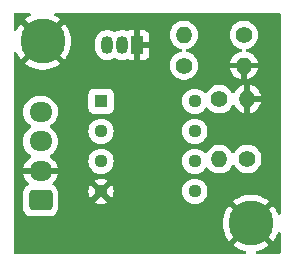
<source format=gbr>
%TF.GenerationSoftware,KiCad,Pcbnew,(7.0.0)*%
%TF.CreationDate,2023-12-21T13:59:44+01:00*%
%TF.ProjectId,LDR,4c44522e-6b69-4636-9164-5f7063625858,rev?*%
%TF.SameCoordinates,Original*%
%TF.FileFunction,Copper,L2,Bot*%
%TF.FilePolarity,Positive*%
%FSLAX46Y46*%
G04 Gerber Fmt 4.6, Leading zero omitted, Abs format (unit mm)*
G04 Created by KiCad (PCBNEW (7.0.0)) date 2023-12-21 13:59:44*
%MOMM*%
%LPD*%
G01*
G04 APERTURE LIST*
G04 Aperture macros list*
%AMRoundRect*
0 Rectangle with rounded corners*
0 $1 Rounding radius*
0 $2 $3 $4 $5 $6 $7 $8 $9 X,Y pos of 4 corners*
0 Add a 4 corners polygon primitive as box body*
4,1,4,$2,$3,$4,$5,$6,$7,$8,$9,$2,$3,0*
0 Add four circle primitives for the rounded corners*
1,1,$1+$1,$2,$3*
1,1,$1+$1,$4,$5*
1,1,$1+$1,$6,$7*
1,1,$1+$1,$8,$9*
0 Add four rect primitives between the rounded corners*
20,1,$1+$1,$2,$3,$4,$5,0*
20,1,$1+$1,$4,$5,$6,$7,0*
20,1,$1+$1,$6,$7,$8,$9,0*
20,1,$1+$1,$8,$9,$2,$3,0*%
G04 Aperture macros list end*
%TA.AperFunction,ComponentPad*%
%ADD10C,3.800000*%
%TD*%
%TA.AperFunction,ComponentPad*%
%ADD11C,1.400000*%
%TD*%
%TA.AperFunction,ComponentPad*%
%ADD12O,1.400000X1.400000*%
%TD*%
%TA.AperFunction,ComponentPad*%
%ADD13R,1.050000X1.500000*%
%TD*%
%TA.AperFunction,ComponentPad*%
%ADD14O,1.050000X1.500000*%
%TD*%
%TA.AperFunction,ComponentPad*%
%ADD15RoundRect,0.250000X0.725000X-0.600000X0.725000X0.600000X-0.725000X0.600000X-0.725000X-0.600000X0*%
%TD*%
%TA.AperFunction,ComponentPad*%
%ADD16O,1.950000X1.700000*%
%TD*%
%TA.AperFunction,ComponentPad*%
%ADD17R,1.130000X1.130000*%
%TD*%
%TA.AperFunction,ComponentPad*%
%ADD18C,1.130000*%
%TD*%
G04 APERTURE END LIST*
D10*
%TO.P,H1,1,1*%
%TO.N,GND*%
X203250000Y-54900000D03*
%TD*%
D11*
%TO.P,R1,1*%
%TO.N,Net-(U1-IN-)*%
X220573600Y-64846200D03*
D12*
%TO.P,R1,2*%
%TO.N,GND*%
X220573599Y-59766199D03*
%TD*%
D11*
%TO.P,R2,1*%
%TO.N,+3V3*%
X220294200Y-54356000D03*
D12*
%TO.P,R2,2*%
%TO.N,Net-(U1-IN+)*%
X215214199Y-54355999D03*
%TD*%
D11*
%TO.P,R3,1*%
%TO.N,+3V3*%
X218211400Y-59791600D03*
D12*
%TO.P,R3,2*%
%TO.N,Net-(U1-IN-)*%
X218211399Y-64871599D03*
%TD*%
D11*
%TO.P,R4,1*%
%TO.N,Net-(U1-IN+)*%
X215214200Y-56946800D03*
D12*
%TO.P,R4,2*%
%TO.N,GND*%
X220294199Y-56946799D03*
%TD*%
D13*
%TO.P,Q1,1,E*%
%TO.N,GND*%
X211251799Y-55215199D03*
D14*
%TO.P,Q1,2,B*%
%TO.N,Net-(Q1-B)*%
X209981799Y-55215199D03*
%TO.P,Q1,3,C*%
%TO.N,3V3_en*%
X208711799Y-55215199D03*
%TD*%
D10*
%TO.P,H2,1,1*%
%TO.N,GND*%
X220900000Y-70300000D03*
%TD*%
D15*
%TO.P,J2,1,Pin_1*%
%TO.N,+3V3*%
X203073000Y-68373000D03*
D16*
%TO.P,J2,2,Pin_2*%
%TO.N,GND*%
X203072999Y-65872999D03*
%TO.P,J2,3,Pin_3*%
%TO.N,3V3_en*%
X203072999Y-63372999D03*
%TO.P,J2,4,Pin_4*%
%TO.N,unconnected-(J2-Pin_4-Pad4)*%
X203072999Y-60872999D03*
%TD*%
D17*
%TO.P,U1,1,EMIT_OUT*%
%TO.N,Net-(Q1-B)*%
X208196199Y-59969399D03*
D18*
%TO.P,U1,2,IN+*%
%TO.N,Net-(U1-IN+)*%
X208196200Y-62509400D03*
%TO.P,U1,3,IN-*%
%TO.N,Net-(U1-IN-)*%
X208196200Y-65049400D03*
%TO.P,U1,4,VCC-*%
%TO.N,GND*%
X208196200Y-67589400D03*
%TO.P,U1,5,BALANCE*%
%TO.N,unconnected-(U1-BALANCE-Pad5)*%
X216136200Y-67589400D03*
%TO.P,U1,6,BAL/STRB*%
%TO.N,unconnected-(U1-BAL{slash}STRB-Pad6)*%
X216136200Y-65049400D03*
%TO.P,U1,7,COL_OUT*%
%TO.N,+3V3*%
X216136200Y-62509400D03*
%TO.P,U1,8,VCC+*%
X216136200Y-59969400D03*
%TD*%
%TA.AperFunction,Conductor*%
%TO.N,GND*%
G36*
X202212377Y-52517373D02*
G01*
X202257831Y-52563402D01*
X202273918Y-52626058D01*
X202256261Y-52688290D01*
X202209666Y-52733162D01*
X201964892Y-52867727D01*
X201958309Y-52871905D01*
X201747441Y-53025109D01*
X201740167Y-53033295D01*
X201746073Y-53042520D01*
X203238457Y-54534904D01*
X203250000Y-54541568D01*
X203261542Y-54534904D01*
X204753927Y-53042518D01*
X204759831Y-53033294D01*
X204752560Y-53025111D01*
X204541679Y-52871897D01*
X204535115Y-52867732D01*
X204290334Y-52733162D01*
X204243739Y-52688290D01*
X204226082Y-52626058D01*
X204242169Y-52563402D01*
X204287623Y-52517373D01*
X204350072Y-52500500D01*
X223275500Y-52500500D01*
X223337500Y-52517113D01*
X223382887Y-52562500D01*
X223399500Y-52624500D01*
X223399500Y-69443203D01*
X223380197Y-69509645D01*
X223328297Y-69555402D01*
X223259959Y-69566225D01*
X223196460Y-69538747D01*
X223157569Y-69481521D01*
X223137078Y-69418458D01*
X223134218Y-69411234D01*
X223008949Y-69145023D01*
X223005207Y-69138217D01*
X222847569Y-68889818D01*
X222842993Y-68883520D01*
X222775725Y-68802208D01*
X222764423Y-68794440D01*
X222752441Y-68801110D01*
X221265095Y-70288457D01*
X221258431Y-70299999D01*
X221265095Y-70311542D01*
X222752441Y-71798888D01*
X222764424Y-71805558D01*
X222775723Y-71797793D01*
X222842997Y-71716474D01*
X222847568Y-71710182D01*
X223005207Y-71461782D01*
X223008949Y-71454976D01*
X223134218Y-71188765D01*
X223137078Y-71181541D01*
X223157569Y-71118479D01*
X223196460Y-71061253D01*
X223259959Y-71033775D01*
X223328297Y-71044598D01*
X223380197Y-71090355D01*
X223399500Y-71156797D01*
X223399500Y-72775500D01*
X223382887Y-72837500D01*
X223337500Y-72882887D01*
X223275500Y-72899500D01*
X221407747Y-72899500D01*
X221350298Y-72885389D01*
X221305924Y-72846268D01*
X221284725Y-72791041D01*
X221291524Y-72732277D01*
X221324775Y-72683350D01*
X221376909Y-72655396D01*
X221639334Y-72588016D01*
X221646729Y-72585613D01*
X221920266Y-72477313D01*
X221927305Y-72474000D01*
X222185108Y-72332272D01*
X222191678Y-72328102D01*
X222402560Y-72174887D01*
X222409831Y-72166704D01*
X222403927Y-72157480D01*
X220911542Y-70665095D01*
X220900000Y-70658431D01*
X220888457Y-70665095D01*
X219396071Y-72157480D01*
X219390167Y-72166704D01*
X219397438Y-72174887D01*
X219608320Y-72328102D01*
X219614891Y-72332272D01*
X219872694Y-72474000D01*
X219879733Y-72477313D01*
X220153270Y-72585613D01*
X220160665Y-72588016D01*
X220423091Y-72655396D01*
X220475225Y-72683350D01*
X220508476Y-72732277D01*
X220515275Y-72791041D01*
X220494076Y-72846268D01*
X220449702Y-72885389D01*
X220392253Y-72899500D01*
X200924500Y-72899500D01*
X200862500Y-72882887D01*
X200817113Y-72837500D01*
X200800500Y-72775500D01*
X200800500Y-70303894D01*
X218495500Y-70303894D01*
X218513972Y-70597500D01*
X218514946Y-70605220D01*
X218570073Y-70894206D01*
X218572009Y-70901745D01*
X218662921Y-71181541D01*
X218665781Y-71188765D01*
X218791050Y-71454976D01*
X218794792Y-71461782D01*
X218952430Y-71710181D01*
X218957006Y-71716479D01*
X219024273Y-71797790D01*
X219035575Y-71805558D01*
X219047557Y-71798888D01*
X220534904Y-70311542D01*
X220541568Y-70299999D01*
X220534904Y-70288457D01*
X219047558Y-68801111D01*
X219035574Y-68794441D01*
X219024273Y-68802208D01*
X218957001Y-68883526D01*
X218952434Y-68889812D01*
X218794792Y-69138217D01*
X218791050Y-69145023D01*
X218665781Y-69411234D01*
X218662921Y-69418458D01*
X218572009Y-69698254D01*
X218570073Y-69705793D01*
X218514946Y-69994779D01*
X218513972Y-70002499D01*
X218495500Y-70296106D01*
X218495500Y-70303894D01*
X200800500Y-70303894D01*
X200800500Y-69019878D01*
X201597500Y-69019878D01*
X201597501Y-69023008D01*
X201597820Y-69026140D01*
X201597821Y-69026141D01*
X201607312Y-69119061D01*
X201607313Y-69119069D01*
X201608001Y-69125797D01*
X201610129Y-69132219D01*
X201610130Y-69132223D01*
X201614372Y-69145023D01*
X201663186Y-69292334D01*
X201666977Y-69298480D01*
X201751497Y-69435511D01*
X201751500Y-69435515D01*
X201755288Y-69441656D01*
X201879344Y-69565712D01*
X201885485Y-69569500D01*
X201885488Y-69569502D01*
X201942558Y-69604702D01*
X202028666Y-69657814D01*
X202195203Y-69712999D01*
X202297991Y-69723500D01*
X203848008Y-69723499D01*
X203950797Y-69712999D01*
X204117334Y-69657814D01*
X204266656Y-69565712D01*
X204390712Y-69441656D01*
X204482814Y-69292334D01*
X204537999Y-69125797D01*
X204548500Y-69023009D01*
X204548500Y-68498863D01*
X207643983Y-68498863D01*
X207652452Y-68506352D01*
X207781300Y-68575221D01*
X207792497Y-68579859D01*
X207981593Y-68637221D01*
X207993488Y-68639587D01*
X208190139Y-68658956D01*
X208202261Y-68658956D01*
X208398911Y-68639587D01*
X208410806Y-68637221D01*
X208599902Y-68579859D01*
X208611102Y-68575220D01*
X208739943Y-68506354D01*
X208748415Y-68498862D01*
X208742484Y-68489238D01*
X208207742Y-67954495D01*
X208196200Y-67947831D01*
X208184657Y-67954495D01*
X207649913Y-68489239D01*
X207643983Y-68498863D01*
X204548500Y-68498863D01*
X204548499Y-67722992D01*
X204537999Y-67620203D01*
X204529800Y-67595461D01*
X207126644Y-67595461D01*
X207146012Y-67792111D01*
X207148378Y-67804006D01*
X207205740Y-67993102D01*
X207210378Y-68004300D01*
X207279245Y-68133143D01*
X207286736Y-68141615D01*
X207296360Y-68135684D01*
X207831103Y-67600942D01*
X207837767Y-67589400D01*
X208554631Y-67589400D01*
X208561295Y-67600942D01*
X209096038Y-68135684D01*
X209105662Y-68141615D01*
X209113154Y-68133143D01*
X209182020Y-68004302D01*
X209186659Y-67993102D01*
X209244021Y-67804006D01*
X209246387Y-67792111D01*
X209265756Y-67595461D01*
X209265756Y-67589400D01*
X215065545Y-67589400D01*
X215066142Y-67595461D01*
X215066142Y-67595462D01*
X215085519Y-67792211D01*
X215085520Y-67792219D01*
X215086117Y-67798274D01*
X215087882Y-67804095D01*
X215087884Y-67804101D01*
X215145277Y-67993299D01*
X215145279Y-67993304D01*
X215147044Y-67999122D01*
X215149912Y-68004489D01*
X215149914Y-68004492D01*
X215243108Y-68178847D01*
X215243112Y-68178853D01*
X215245983Y-68184224D01*
X215379133Y-68346467D01*
X215541376Y-68479617D01*
X215546748Y-68482488D01*
X215546752Y-68482491D01*
X215591397Y-68506354D01*
X215726478Y-68578556D01*
X215927326Y-68639483D01*
X215933388Y-68640080D01*
X216125041Y-68658956D01*
X216136200Y-68660055D01*
X216147359Y-68658956D01*
X216189971Y-68654759D01*
X216345074Y-68639483D01*
X216545922Y-68578556D01*
X216731024Y-68479617D01*
X216787467Y-68433295D01*
X219390167Y-68433295D01*
X219396073Y-68442520D01*
X220888457Y-69934904D01*
X220900000Y-69941568D01*
X220911542Y-69934904D01*
X222403927Y-68442518D01*
X222409831Y-68433294D01*
X222402560Y-68425111D01*
X222191679Y-68271897D01*
X222185108Y-68267727D01*
X221927305Y-68125999D01*
X221920266Y-68122686D01*
X221646729Y-68014386D01*
X221639334Y-68011983D01*
X221354374Y-67938817D01*
X221346743Y-67937362D01*
X221054859Y-67900488D01*
X221047101Y-67900000D01*
X220752899Y-67900000D01*
X220745140Y-67900488D01*
X220453256Y-67937362D01*
X220445625Y-67938817D01*
X220160665Y-68011983D01*
X220153270Y-68014386D01*
X219879733Y-68122686D01*
X219872694Y-68125999D01*
X219614899Y-68267723D01*
X219608309Y-68271905D01*
X219397441Y-68425109D01*
X219390167Y-68433295D01*
X216787467Y-68433295D01*
X216893267Y-68346467D01*
X217026417Y-68184224D01*
X217125356Y-67999122D01*
X217186283Y-67798274D01*
X217206855Y-67589400D01*
X217186283Y-67380526D01*
X217125356Y-67179678D01*
X217046956Y-67033001D01*
X217029291Y-66999952D01*
X217029288Y-66999948D01*
X217026417Y-66994576D01*
X216893267Y-66832333D01*
X216731024Y-66699183D01*
X216725653Y-66696312D01*
X216725647Y-66696308D01*
X216551292Y-66603114D01*
X216551289Y-66603112D01*
X216545922Y-66600244D01*
X216540104Y-66598479D01*
X216540099Y-66598477D01*
X216350901Y-66541084D01*
X216350895Y-66541082D01*
X216345074Y-66539317D01*
X216339019Y-66538720D01*
X216339011Y-66538719D01*
X216142262Y-66519342D01*
X216136200Y-66518745D01*
X216130138Y-66519342D01*
X215933388Y-66538719D01*
X215933378Y-66538720D01*
X215927326Y-66539317D01*
X215921506Y-66541082D01*
X215921498Y-66541084D01*
X215732300Y-66598477D01*
X215732291Y-66598480D01*
X215726478Y-66600244D01*
X215721114Y-66603111D01*
X215721107Y-66603114D01*
X215546752Y-66696308D01*
X215546741Y-66696315D01*
X215541376Y-66699183D01*
X215536668Y-66703046D01*
X215536663Y-66703050D01*
X215383839Y-66828470D01*
X215383834Y-66828474D01*
X215379133Y-66832333D01*
X215375274Y-66837034D01*
X215375270Y-66837039D01*
X215249850Y-66989863D01*
X215249846Y-66989868D01*
X215245983Y-66994576D01*
X215243115Y-66999941D01*
X215243108Y-66999952D01*
X215149914Y-67174307D01*
X215149911Y-67174314D01*
X215147044Y-67179678D01*
X215145280Y-67185491D01*
X215145277Y-67185500D01*
X215087884Y-67374698D01*
X215087882Y-67374706D01*
X215086117Y-67380526D01*
X215085520Y-67386578D01*
X215085519Y-67386588D01*
X215078913Y-67453666D01*
X215065545Y-67589400D01*
X209265756Y-67589400D01*
X209265756Y-67583339D01*
X209246387Y-67386688D01*
X209244021Y-67374793D01*
X209186659Y-67185697D01*
X209182021Y-67174500D01*
X209113152Y-67045652D01*
X209105663Y-67037183D01*
X209096039Y-67043113D01*
X208561295Y-67577857D01*
X208554631Y-67589400D01*
X207837767Y-67589400D01*
X207831103Y-67577857D01*
X207296359Y-67043113D01*
X207286736Y-67037183D01*
X207279245Y-67045654D01*
X207210378Y-67174498D01*
X207205740Y-67185697D01*
X207148378Y-67374793D01*
X207146012Y-67386688D01*
X207126644Y-67583339D01*
X207126644Y-67595461D01*
X204529800Y-67595461D01*
X204482814Y-67453666D01*
X204390712Y-67304344D01*
X204266656Y-67180288D01*
X204260515Y-67176500D01*
X204260511Y-67176497D01*
X204117334Y-67088186D01*
X204117811Y-67087411D01*
X204077557Y-67055104D01*
X204053816Y-67001150D01*
X204057671Y-66942329D01*
X204088251Y-66891935D01*
X204232284Y-66747902D01*
X204239215Y-66739643D01*
X204281022Y-66679936D01*
X207643983Y-66679936D01*
X207649913Y-66689559D01*
X208184657Y-67224303D01*
X208196200Y-67230967D01*
X208207742Y-67224303D01*
X208742484Y-66689560D01*
X208748415Y-66679936D01*
X208739943Y-66672445D01*
X208611100Y-66603578D01*
X208599902Y-66598940D01*
X208410806Y-66541578D01*
X208398911Y-66539212D01*
X208202261Y-66519844D01*
X208190139Y-66519844D01*
X207993488Y-66539212D01*
X207981593Y-66541578D01*
X207792497Y-66598940D01*
X207781298Y-66603578D01*
X207652454Y-66672445D01*
X207643983Y-66679936D01*
X204281022Y-66679936D01*
X204368498Y-66555008D01*
X204373886Y-66545676D01*
X204469143Y-66341397D01*
X204472831Y-66331263D01*
X204524943Y-66136780D01*
X204525311Y-66125551D01*
X204514369Y-66123000D01*
X201631631Y-66123000D01*
X201620688Y-66125551D01*
X201621056Y-66136780D01*
X201673168Y-66331263D01*
X201676856Y-66341397D01*
X201772110Y-66545667D01*
X201777508Y-66555017D01*
X201906784Y-66739642D01*
X201913719Y-66747907D01*
X202057748Y-66891936D01*
X202088327Y-66942328D01*
X202092184Y-67001146D01*
X202068446Y-67055100D01*
X202028188Y-67087412D01*
X202028666Y-67088186D01*
X201885488Y-67176497D01*
X201885480Y-67176503D01*
X201879344Y-67180288D01*
X201874242Y-67185389D01*
X201874238Y-67185393D01*
X201760393Y-67299238D01*
X201760389Y-67299242D01*
X201755288Y-67304344D01*
X201751503Y-67310480D01*
X201751497Y-67310488D01*
X201666977Y-67447519D01*
X201663186Y-67453666D01*
X201660915Y-67460517D01*
X201660914Y-67460521D01*
X201616199Y-67595462D01*
X201608001Y-67620203D01*
X201607313Y-67626933D01*
X201607312Y-67626940D01*
X201597819Y-67719859D01*
X201597818Y-67719877D01*
X201597500Y-67722991D01*
X201597500Y-67726138D01*
X201597500Y-67726139D01*
X201597500Y-69019859D01*
X201597500Y-69019878D01*
X200800500Y-69019878D01*
X200800500Y-63373000D01*
X201592341Y-63373000D01*
X201592813Y-63378395D01*
X201608708Y-63560080D01*
X201612937Y-63608408D01*
X201614336Y-63613630D01*
X201614337Y-63613634D01*
X201672694Y-63831430D01*
X201672697Y-63831438D01*
X201674097Y-63836663D01*
X201676385Y-63841570D01*
X201676386Y-63841572D01*
X201709850Y-63913336D01*
X201773965Y-64050829D01*
X201777072Y-64055266D01*
X201777073Y-64055268D01*
X201779320Y-64058477D01*
X201909505Y-64244401D01*
X202076599Y-64411495D01*
X202234032Y-64521730D01*
X202272898Y-64566048D01*
X202286909Y-64623305D01*
X202272898Y-64680562D01*
X202234033Y-64724880D01*
X202081352Y-64831788D01*
X202073092Y-64838719D01*
X201913721Y-64998090D01*
X201906784Y-65006356D01*
X201777501Y-65190991D01*
X201772113Y-65200323D01*
X201676856Y-65404602D01*
X201673168Y-65414736D01*
X201621056Y-65609219D01*
X201620688Y-65620448D01*
X201631631Y-65623000D01*
X204514369Y-65623000D01*
X204525311Y-65620448D01*
X204524943Y-65609219D01*
X204472831Y-65414736D01*
X204469143Y-65404602D01*
X204373889Y-65200332D01*
X204368491Y-65190982D01*
X204269354Y-65049400D01*
X207125545Y-65049400D01*
X207126142Y-65055462D01*
X207145519Y-65252211D01*
X207145520Y-65252219D01*
X207146117Y-65258274D01*
X207147882Y-65264095D01*
X207147884Y-65264101D01*
X207205277Y-65453299D01*
X207205279Y-65453304D01*
X207207044Y-65459122D01*
X207209912Y-65464489D01*
X207209914Y-65464492D01*
X207303108Y-65638847D01*
X207303112Y-65638853D01*
X207305983Y-65644224D01*
X207309849Y-65648935D01*
X207309850Y-65648936D01*
X207320819Y-65662302D01*
X207439133Y-65806467D01*
X207601376Y-65939617D01*
X207606748Y-65942488D01*
X207606752Y-65942491D01*
X207721353Y-66003746D01*
X207786478Y-66038556D01*
X207987326Y-66099483D01*
X208196200Y-66120055D01*
X208405074Y-66099483D01*
X208605922Y-66038556D01*
X208791024Y-65939617D01*
X208953267Y-65806467D01*
X209086417Y-65644224D01*
X209185356Y-65459122D01*
X209246283Y-65258274D01*
X209266855Y-65049400D01*
X215065545Y-65049400D01*
X215066142Y-65055462D01*
X215085519Y-65252211D01*
X215085520Y-65252219D01*
X215086117Y-65258274D01*
X215087882Y-65264095D01*
X215087884Y-65264101D01*
X215145277Y-65453299D01*
X215145279Y-65453304D01*
X215147044Y-65459122D01*
X215149912Y-65464489D01*
X215149914Y-65464492D01*
X215243108Y-65638847D01*
X215243112Y-65638853D01*
X215245983Y-65644224D01*
X215249849Y-65648935D01*
X215249850Y-65648936D01*
X215260819Y-65662302D01*
X215379133Y-65806467D01*
X215541376Y-65939617D01*
X215546748Y-65942488D01*
X215546752Y-65942491D01*
X215661353Y-66003746D01*
X215726478Y-66038556D01*
X215927326Y-66099483D01*
X216136200Y-66120055D01*
X216345074Y-66099483D01*
X216545922Y-66038556D01*
X216731024Y-65939617D01*
X216893267Y-65806467D01*
X217026417Y-65644224D01*
X217044440Y-65610504D01*
X217085952Y-65565165D01*
X217144140Y-65545334D01*
X217204701Y-65555887D01*
X217252752Y-65594231D01*
X217316957Y-65679253D01*
X217316962Y-65679258D01*
X217320419Y-65683836D01*
X217324655Y-65687697D01*
X217324659Y-65687702D01*
X217437003Y-65790117D01*
X217484838Y-65833724D01*
X217673999Y-65950847D01*
X217881460Y-66031218D01*
X218100157Y-66072100D01*
X218316914Y-66072100D01*
X218322643Y-66072100D01*
X218541340Y-66031218D01*
X218748801Y-65950847D01*
X218937962Y-65833724D01*
X219102381Y-65683836D01*
X219236458Y-65506289D01*
X219287823Y-65403133D01*
X219333545Y-65352978D01*
X219398822Y-65334405D01*
X219464100Y-65352977D01*
X219509823Y-65403132D01*
X219526134Y-65435889D01*
X219548542Y-65480889D01*
X219551991Y-65485456D01*
X219551994Y-65485461D01*
X219679161Y-65653858D01*
X219679166Y-65653863D01*
X219682619Y-65658436D01*
X219686855Y-65662297D01*
X219686859Y-65662302D01*
X219710481Y-65683836D01*
X219847038Y-65808324D01*
X220036199Y-65925447D01*
X220243660Y-66005818D01*
X220462357Y-66046700D01*
X220679114Y-66046700D01*
X220684843Y-66046700D01*
X220903540Y-66005818D01*
X221111001Y-65925447D01*
X221300162Y-65808324D01*
X221464581Y-65658436D01*
X221598658Y-65480889D01*
X221697829Y-65281728D01*
X221758715Y-65067736D01*
X221779243Y-64846200D01*
X221758715Y-64624664D01*
X221697829Y-64410672D01*
X221612827Y-64239966D01*
X221601212Y-64216640D01*
X221601211Y-64216639D01*
X221598658Y-64211511D01*
X221487219Y-64063941D01*
X221468038Y-64038541D01*
X221468034Y-64038537D01*
X221464581Y-64033964D01*
X221460344Y-64030101D01*
X221460340Y-64030097D01*
X221304396Y-63887936D01*
X221304397Y-63887936D01*
X221300162Y-63884076D01*
X221295292Y-63881061D01*
X221295290Y-63881059D01*
X221115875Y-63769971D01*
X221115876Y-63769971D01*
X221111001Y-63766953D01*
X220903540Y-63686582D01*
X220897902Y-63685528D01*
X220690472Y-63646752D01*
X220690469Y-63646751D01*
X220684843Y-63645700D01*
X220462357Y-63645700D01*
X220456731Y-63646751D01*
X220456727Y-63646752D01*
X220249297Y-63685528D01*
X220249294Y-63685528D01*
X220243660Y-63686582D01*
X220238317Y-63688651D01*
X220238313Y-63688653D01*
X220041541Y-63764883D01*
X220041536Y-63764885D01*
X220036199Y-63766953D01*
X220031327Y-63769969D01*
X220031324Y-63769971D01*
X219851909Y-63881059D01*
X219851901Y-63881064D01*
X219847038Y-63884076D01*
X219842807Y-63887932D01*
X219842803Y-63887936D01*
X219686859Y-64030097D01*
X219686849Y-64030107D01*
X219682619Y-64033964D01*
X219679170Y-64038530D01*
X219679161Y-64038541D01*
X219551994Y-64206938D01*
X219551987Y-64206948D01*
X219548542Y-64211511D01*
X219545992Y-64216631D01*
X219545987Y-64216640D01*
X219497176Y-64314666D01*
X219451453Y-64364821D01*
X219386176Y-64383394D01*
X219320899Y-64364821D01*
X219275176Y-64314666D01*
X219239012Y-64242040D01*
X219239010Y-64242036D01*
X219236458Y-64236911D01*
X219217277Y-64211511D01*
X219105838Y-64063941D01*
X219105834Y-64063937D01*
X219102381Y-64059364D01*
X219098144Y-64055501D01*
X219098140Y-64055497D01*
X218942196Y-63913336D01*
X218942197Y-63913336D01*
X218937962Y-63909476D01*
X218933092Y-63906461D01*
X218933090Y-63906459D01*
X218753675Y-63795371D01*
X218753676Y-63795371D01*
X218748801Y-63792353D01*
X218541340Y-63711982D01*
X218535702Y-63710928D01*
X218328272Y-63672152D01*
X218328269Y-63672151D01*
X218322643Y-63671100D01*
X218100157Y-63671100D01*
X218094531Y-63672151D01*
X218094527Y-63672152D01*
X217887097Y-63710928D01*
X217887094Y-63710928D01*
X217881460Y-63711982D01*
X217876117Y-63714051D01*
X217876113Y-63714053D01*
X217679341Y-63790283D01*
X217679336Y-63790285D01*
X217673999Y-63792353D01*
X217669127Y-63795369D01*
X217669124Y-63795371D01*
X217489709Y-63906459D01*
X217489701Y-63906464D01*
X217484838Y-63909476D01*
X217480607Y-63913332D01*
X217480603Y-63913336D01*
X217324659Y-64055497D01*
X217324649Y-64055507D01*
X217320419Y-64059364D01*
X217316970Y-64063930D01*
X217316961Y-64063941D01*
X217189794Y-64232338D01*
X217189787Y-64232348D01*
X217186342Y-64236911D01*
X217183790Y-64242035D01*
X217183790Y-64242036D01*
X217143856Y-64322233D01*
X217103962Y-64368547D01*
X217046790Y-64390175D01*
X216986232Y-64381861D01*
X216937003Y-64345625D01*
X216897129Y-64297039D01*
X216893267Y-64292333D01*
X216731024Y-64159183D01*
X216725653Y-64156312D01*
X216725647Y-64156308D01*
X216551292Y-64063114D01*
X216551289Y-64063112D01*
X216545922Y-64060244D01*
X216540104Y-64058479D01*
X216540099Y-64058477D01*
X216350901Y-64001084D01*
X216350895Y-64001082D01*
X216345074Y-63999317D01*
X216339019Y-63998720D01*
X216339011Y-63998719D01*
X216142262Y-63979342D01*
X216136200Y-63978745D01*
X216130138Y-63979342D01*
X215933388Y-63998719D01*
X215933378Y-63998720D01*
X215927326Y-63999317D01*
X215921506Y-64001082D01*
X215921498Y-64001084D01*
X215732300Y-64058477D01*
X215732291Y-64058480D01*
X215726478Y-64060244D01*
X215721114Y-64063111D01*
X215721107Y-64063114D01*
X215546752Y-64156308D01*
X215546741Y-64156315D01*
X215541376Y-64159183D01*
X215536668Y-64163046D01*
X215536663Y-64163050D01*
X215383839Y-64288470D01*
X215383834Y-64288474D01*
X215379133Y-64292333D01*
X215375274Y-64297034D01*
X215375270Y-64297039D01*
X215249850Y-64449863D01*
X215249846Y-64449868D01*
X215245983Y-64454576D01*
X215243115Y-64459941D01*
X215243108Y-64459952D01*
X215149914Y-64634307D01*
X215149911Y-64634314D01*
X215147044Y-64639678D01*
X215145280Y-64645491D01*
X215145277Y-64645500D01*
X215087884Y-64834698D01*
X215087882Y-64834706D01*
X215086117Y-64840526D01*
X215085520Y-64846578D01*
X215085519Y-64846588D01*
X215070598Y-64998092D01*
X215065545Y-65049400D01*
X209266855Y-65049400D01*
X209261801Y-64998090D01*
X209246880Y-64846588D01*
X209246283Y-64840526D01*
X209185356Y-64639678D01*
X209086417Y-64454576D01*
X208953267Y-64292333D01*
X208791024Y-64159183D01*
X208785653Y-64156312D01*
X208785647Y-64156308D01*
X208611292Y-64063114D01*
X208611289Y-64063112D01*
X208605922Y-64060244D01*
X208600104Y-64058479D01*
X208600099Y-64058477D01*
X208410901Y-64001084D01*
X208410895Y-64001082D01*
X208405074Y-63999317D01*
X208399019Y-63998720D01*
X208399011Y-63998719D01*
X208202262Y-63979342D01*
X208196200Y-63978745D01*
X208190138Y-63979342D01*
X207993388Y-63998719D01*
X207993378Y-63998720D01*
X207987326Y-63999317D01*
X207981506Y-64001082D01*
X207981498Y-64001084D01*
X207792300Y-64058477D01*
X207792291Y-64058480D01*
X207786478Y-64060244D01*
X207781114Y-64063111D01*
X207781107Y-64063114D01*
X207606752Y-64156308D01*
X207606741Y-64156315D01*
X207601376Y-64159183D01*
X207596668Y-64163046D01*
X207596663Y-64163050D01*
X207443839Y-64288470D01*
X207443834Y-64288474D01*
X207439133Y-64292333D01*
X207435274Y-64297034D01*
X207435270Y-64297039D01*
X207309850Y-64449863D01*
X207309846Y-64449868D01*
X207305983Y-64454576D01*
X207303115Y-64459941D01*
X207303108Y-64459952D01*
X207209914Y-64634307D01*
X207209911Y-64634314D01*
X207207044Y-64639678D01*
X207205280Y-64645491D01*
X207205277Y-64645500D01*
X207147884Y-64834698D01*
X207147882Y-64834706D01*
X207146117Y-64840526D01*
X207145520Y-64846578D01*
X207145519Y-64846588D01*
X207130598Y-64998092D01*
X207125545Y-65049400D01*
X204269354Y-65049400D01*
X204239215Y-65006357D01*
X204232280Y-64998092D01*
X204072907Y-64838719D01*
X204064642Y-64831784D01*
X203911967Y-64724880D01*
X203873101Y-64680562D01*
X203859090Y-64623305D01*
X203873101Y-64566048D01*
X203911964Y-64521732D01*
X204069401Y-64411495D01*
X204236495Y-64244401D01*
X204372035Y-64050830D01*
X204471903Y-63836663D01*
X204533063Y-63608408D01*
X204553659Y-63373000D01*
X204533063Y-63137592D01*
X204471903Y-62909337D01*
X204372035Y-62695171D01*
X204241957Y-62509400D01*
X207125545Y-62509400D01*
X207126142Y-62515462D01*
X207145519Y-62712211D01*
X207145520Y-62712219D01*
X207146117Y-62718274D01*
X207147882Y-62724095D01*
X207147884Y-62724101D01*
X207205277Y-62913299D01*
X207205279Y-62913304D01*
X207207044Y-62919122D01*
X207209912Y-62924489D01*
X207209914Y-62924492D01*
X207303108Y-63098847D01*
X207303112Y-63098853D01*
X207305983Y-63104224D01*
X207309849Y-63108935D01*
X207309850Y-63108936D01*
X207337791Y-63142982D01*
X207439133Y-63266467D01*
X207601376Y-63399617D01*
X207606748Y-63402488D01*
X207606752Y-63402491D01*
X207740460Y-63473959D01*
X207786478Y-63498556D01*
X207987326Y-63559483D01*
X208196200Y-63580055D01*
X208405074Y-63559483D01*
X208605922Y-63498556D01*
X208791024Y-63399617D01*
X208953267Y-63266467D01*
X209086417Y-63104224D01*
X209185356Y-62919122D01*
X209246283Y-62718274D01*
X209266855Y-62509400D01*
X215065545Y-62509400D01*
X215066142Y-62515462D01*
X215085519Y-62712211D01*
X215085520Y-62712219D01*
X215086117Y-62718274D01*
X215087882Y-62724095D01*
X215087884Y-62724101D01*
X215145277Y-62913299D01*
X215145279Y-62913304D01*
X215147044Y-62919122D01*
X215149912Y-62924489D01*
X215149914Y-62924492D01*
X215243108Y-63098847D01*
X215243112Y-63098853D01*
X215245983Y-63104224D01*
X215249849Y-63108935D01*
X215249850Y-63108936D01*
X215277791Y-63142982D01*
X215379133Y-63266467D01*
X215541376Y-63399617D01*
X215546748Y-63402488D01*
X215546752Y-63402491D01*
X215680460Y-63473959D01*
X215726478Y-63498556D01*
X215927326Y-63559483D01*
X216136200Y-63580055D01*
X216345074Y-63559483D01*
X216545922Y-63498556D01*
X216731024Y-63399617D01*
X216893267Y-63266467D01*
X217026417Y-63104224D01*
X217125356Y-62919122D01*
X217186283Y-62718274D01*
X217206855Y-62509400D01*
X217205709Y-62497769D01*
X217186880Y-62306588D01*
X217186283Y-62300526D01*
X217125356Y-62099678D01*
X217083529Y-62021425D01*
X217029291Y-61919952D01*
X217029288Y-61919948D01*
X217026417Y-61914576D01*
X216893267Y-61752333D01*
X216731024Y-61619183D01*
X216725653Y-61616312D01*
X216725647Y-61616308D01*
X216551292Y-61523114D01*
X216551289Y-61523112D01*
X216545922Y-61520244D01*
X216540104Y-61518479D01*
X216540099Y-61518477D01*
X216350901Y-61461084D01*
X216350895Y-61461082D01*
X216345074Y-61459317D01*
X216339019Y-61458720D01*
X216339011Y-61458719D01*
X216142262Y-61439342D01*
X216136200Y-61438745D01*
X216130138Y-61439342D01*
X215933388Y-61458719D01*
X215933378Y-61458720D01*
X215927326Y-61459317D01*
X215921506Y-61461082D01*
X215921498Y-61461084D01*
X215732300Y-61518477D01*
X215732291Y-61518480D01*
X215726478Y-61520244D01*
X215721114Y-61523111D01*
X215721107Y-61523114D01*
X215546752Y-61616308D01*
X215546741Y-61616315D01*
X215541376Y-61619183D01*
X215536668Y-61623046D01*
X215536663Y-61623050D01*
X215383839Y-61748470D01*
X215383834Y-61748474D01*
X215379133Y-61752333D01*
X215375274Y-61757034D01*
X215375270Y-61757039D01*
X215249850Y-61909863D01*
X215249846Y-61909868D01*
X215245983Y-61914576D01*
X215243115Y-61919941D01*
X215243108Y-61919952D01*
X215149914Y-62094307D01*
X215149911Y-62094314D01*
X215147044Y-62099678D01*
X215145280Y-62105491D01*
X215145277Y-62105500D01*
X215087884Y-62294698D01*
X215087882Y-62294706D01*
X215086117Y-62300526D01*
X215085520Y-62306578D01*
X215085519Y-62306588D01*
X215066313Y-62501599D01*
X215065545Y-62509400D01*
X209266855Y-62509400D01*
X209265709Y-62497769D01*
X209246880Y-62306588D01*
X209246283Y-62300526D01*
X209185356Y-62099678D01*
X209143529Y-62021425D01*
X209089291Y-61919952D01*
X209089288Y-61919948D01*
X209086417Y-61914576D01*
X208953267Y-61752333D01*
X208791024Y-61619183D01*
X208785653Y-61616312D01*
X208785647Y-61616308D01*
X208611292Y-61523114D01*
X208611289Y-61523112D01*
X208605922Y-61520244D01*
X208600104Y-61518479D01*
X208600099Y-61518477D01*
X208410901Y-61461084D01*
X208410895Y-61461082D01*
X208405074Y-61459317D01*
X208399019Y-61458720D01*
X208399011Y-61458719D01*
X208202262Y-61439342D01*
X208196200Y-61438745D01*
X208190138Y-61439342D01*
X207993388Y-61458719D01*
X207993378Y-61458720D01*
X207987326Y-61459317D01*
X207981506Y-61461082D01*
X207981498Y-61461084D01*
X207792300Y-61518477D01*
X207792291Y-61518480D01*
X207786478Y-61520244D01*
X207781114Y-61523111D01*
X207781107Y-61523114D01*
X207606752Y-61616308D01*
X207606741Y-61616315D01*
X207601376Y-61619183D01*
X207596668Y-61623046D01*
X207596663Y-61623050D01*
X207443839Y-61748470D01*
X207443834Y-61748474D01*
X207439133Y-61752333D01*
X207435274Y-61757034D01*
X207435270Y-61757039D01*
X207309850Y-61909863D01*
X207309846Y-61909868D01*
X207305983Y-61914576D01*
X207303115Y-61919941D01*
X207303108Y-61919952D01*
X207209914Y-62094307D01*
X207209911Y-62094314D01*
X207207044Y-62099678D01*
X207205280Y-62105491D01*
X207205277Y-62105500D01*
X207147884Y-62294698D01*
X207147882Y-62294706D01*
X207146117Y-62300526D01*
X207145520Y-62306578D01*
X207145519Y-62306588D01*
X207126313Y-62501599D01*
X207125545Y-62509400D01*
X204241957Y-62509400D01*
X204236495Y-62501599D01*
X204069401Y-62334505D01*
X203912403Y-62224574D01*
X203873537Y-62180255D01*
X203859527Y-62122998D01*
X203873538Y-62065742D01*
X203912401Y-62021426D01*
X204069401Y-61911495D01*
X204236495Y-61744401D01*
X204372035Y-61550830D01*
X204471903Y-61336663D01*
X204533063Y-61108408D01*
X204553659Y-60873000D01*
X204533063Y-60637592D01*
X204517358Y-60578978D01*
X207130700Y-60578978D01*
X207130701Y-60582272D01*
X207131053Y-60585550D01*
X207131054Y-60585561D01*
X207136279Y-60634168D01*
X207136280Y-60634173D01*
X207137109Y-60641883D01*
X207139819Y-60649149D01*
X207139820Y-60649153D01*
X207166901Y-60721760D01*
X207187404Y-60776731D01*
X207192718Y-60783830D01*
X207192719Y-60783831D01*
X207240057Y-60847067D01*
X207273654Y-60891946D01*
X207388869Y-60978196D01*
X207523717Y-61028491D01*
X207583327Y-61034900D01*
X208809072Y-61034899D01*
X208868683Y-61028491D01*
X209003531Y-60978196D01*
X209118746Y-60891946D01*
X209204996Y-60776731D01*
X209255291Y-60641883D01*
X209261700Y-60582273D01*
X209261699Y-59969400D01*
X215065545Y-59969400D01*
X215066142Y-59975462D01*
X215085519Y-60172211D01*
X215085520Y-60172219D01*
X215086117Y-60178274D01*
X215087882Y-60184095D01*
X215087884Y-60184101D01*
X215145277Y-60373299D01*
X215145279Y-60373304D01*
X215147044Y-60379122D01*
X215149912Y-60384489D01*
X215149914Y-60384492D01*
X215243108Y-60558847D01*
X215243112Y-60558853D01*
X215245983Y-60564224D01*
X215379133Y-60726467D01*
X215541376Y-60859617D01*
X215546748Y-60862488D01*
X215546752Y-60862491D01*
X215601859Y-60891946D01*
X215726478Y-60958556D01*
X215927326Y-61019483D01*
X215933388Y-61020080D01*
X216083859Y-61034900D01*
X216136200Y-61040055D01*
X216188551Y-61034899D01*
X216192155Y-61034544D01*
X216345074Y-61019483D01*
X216545922Y-60958556D01*
X216731024Y-60859617D01*
X216893267Y-60726467D01*
X217026417Y-60564224D01*
X217044440Y-60530504D01*
X217085952Y-60485165D01*
X217144140Y-60465334D01*
X217204701Y-60475887D01*
X217252752Y-60514231D01*
X217316957Y-60599253D01*
X217316962Y-60599258D01*
X217320419Y-60603836D01*
X217324655Y-60607697D01*
X217324659Y-60607702D01*
X217357447Y-60637592D01*
X217484838Y-60753724D01*
X217673999Y-60870847D01*
X217881460Y-60951218D01*
X218100157Y-60992100D01*
X218316914Y-60992100D01*
X218322643Y-60992100D01*
X218541340Y-60951218D01*
X218748801Y-60870847D01*
X218937962Y-60753724D01*
X219102381Y-60603836D01*
X219236458Y-60426289D01*
X219288104Y-60322568D01*
X219333824Y-60272417D01*
X219399101Y-60253844D01*
X219464379Y-60272417D01*
X219510102Y-60322572D01*
X219546413Y-60395495D01*
X219552420Y-60405197D01*
X219679532Y-60573520D01*
X219687230Y-60581964D01*
X219843105Y-60724062D01*
X219852209Y-60730938D01*
X220031550Y-60841981D01*
X220041763Y-60847067D01*
X220238455Y-60923266D01*
X220249431Y-60926388D01*
X220310170Y-60937742D01*
X220321198Y-60937360D01*
X220323600Y-60926593D01*
X220823600Y-60926593D01*
X220826001Y-60937360D01*
X220837029Y-60937742D01*
X220897768Y-60926388D01*
X220908744Y-60923266D01*
X221105436Y-60847067D01*
X221115649Y-60841981D01*
X221294990Y-60730938D01*
X221304094Y-60724062D01*
X221459969Y-60581964D01*
X221467667Y-60573520D01*
X221594779Y-60405197D01*
X221600786Y-60395495D01*
X221694807Y-60206674D01*
X221698927Y-60196040D01*
X221746159Y-60030035D01*
X221746679Y-60018780D01*
X221735710Y-60016200D01*
X220839926Y-60016200D01*
X220827050Y-60019650D01*
X220823600Y-60032526D01*
X220823600Y-60926593D01*
X220323600Y-60926593D01*
X220323600Y-59499874D01*
X220823600Y-59499874D01*
X220827050Y-59512749D01*
X220839926Y-59516200D01*
X221735710Y-59516200D01*
X221746679Y-59513619D01*
X221746159Y-59502364D01*
X221698927Y-59336359D01*
X221694807Y-59325725D01*
X221600786Y-59136904D01*
X221594779Y-59127202D01*
X221467667Y-58958879D01*
X221459969Y-58950435D01*
X221304094Y-58808337D01*
X221294990Y-58801461D01*
X221115649Y-58690418D01*
X221105436Y-58685332D01*
X220908744Y-58609133D01*
X220897768Y-58606011D01*
X220837029Y-58594657D01*
X220826001Y-58595039D01*
X220823600Y-58605807D01*
X220823600Y-59499874D01*
X220323600Y-59499874D01*
X220323600Y-58605807D01*
X220321198Y-58595039D01*
X220310170Y-58594657D01*
X220249431Y-58606011D01*
X220238455Y-58609133D01*
X220041763Y-58685332D01*
X220031550Y-58690418D01*
X219852209Y-58801461D01*
X219843105Y-58808337D01*
X219687230Y-58950435D01*
X219679532Y-58958879D01*
X219552420Y-59127202D01*
X219546413Y-59136904D01*
X219497455Y-59235227D01*
X219451733Y-59285382D01*
X219386455Y-59303955D01*
X219321178Y-59285382D01*
X219275455Y-59235227D01*
X219239012Y-59162040D01*
X219239010Y-59162036D01*
X219236458Y-59156911D01*
X219233005Y-59152338D01*
X219105838Y-58983941D01*
X219105834Y-58983937D01*
X219102381Y-58979364D01*
X219098144Y-58975501D01*
X219098140Y-58975497D01*
X218942196Y-58833336D01*
X218942197Y-58833336D01*
X218937962Y-58829476D01*
X218933092Y-58826461D01*
X218933090Y-58826459D01*
X218753675Y-58715371D01*
X218753676Y-58715371D01*
X218748801Y-58712353D01*
X218692180Y-58690418D01*
X218546686Y-58634053D01*
X218546685Y-58634052D01*
X218541340Y-58631982D01*
X218535702Y-58630928D01*
X218328272Y-58592152D01*
X218328269Y-58592151D01*
X218322643Y-58591100D01*
X218100157Y-58591100D01*
X218094531Y-58592151D01*
X218094527Y-58592152D01*
X217887097Y-58630928D01*
X217887094Y-58630928D01*
X217881460Y-58631982D01*
X217876117Y-58634051D01*
X217876113Y-58634053D01*
X217679341Y-58710283D01*
X217679336Y-58710285D01*
X217673999Y-58712353D01*
X217669127Y-58715369D01*
X217669124Y-58715371D01*
X217489709Y-58826459D01*
X217489701Y-58826464D01*
X217484838Y-58829476D01*
X217480607Y-58833332D01*
X217480603Y-58833336D01*
X217324659Y-58975497D01*
X217324649Y-58975507D01*
X217320419Y-58979364D01*
X217316970Y-58983930D01*
X217316961Y-58983941D01*
X217189794Y-59152338D01*
X217189787Y-59152348D01*
X217186342Y-59156911D01*
X217183790Y-59162035D01*
X217183790Y-59162036D01*
X217143856Y-59242233D01*
X217103962Y-59288547D01*
X217046790Y-59310175D01*
X216986232Y-59301861D01*
X216937003Y-59265625D01*
X216897129Y-59217039D01*
X216893267Y-59212333D01*
X216731024Y-59079183D01*
X216725653Y-59076312D01*
X216725647Y-59076308D01*
X216551292Y-58983114D01*
X216551289Y-58983112D01*
X216545922Y-58980244D01*
X216540104Y-58978479D01*
X216540099Y-58978477D01*
X216350901Y-58921084D01*
X216350895Y-58921082D01*
X216345074Y-58919317D01*
X216339019Y-58918720D01*
X216339011Y-58918719D01*
X216142262Y-58899342D01*
X216136200Y-58898745D01*
X216130138Y-58899342D01*
X215933388Y-58918719D01*
X215933378Y-58918720D01*
X215927326Y-58919317D01*
X215921506Y-58921082D01*
X215921498Y-58921084D01*
X215732300Y-58978477D01*
X215732291Y-58978480D01*
X215726478Y-58980244D01*
X215721114Y-58983111D01*
X215721107Y-58983114D01*
X215546752Y-59076308D01*
X215546741Y-59076315D01*
X215541376Y-59079183D01*
X215536668Y-59083046D01*
X215536663Y-59083050D01*
X215383839Y-59208470D01*
X215383834Y-59208474D01*
X215379133Y-59212333D01*
X215375274Y-59217034D01*
X215375270Y-59217039D01*
X215249850Y-59369863D01*
X215249846Y-59369868D01*
X215245983Y-59374576D01*
X215243115Y-59379941D01*
X215243108Y-59379952D01*
X215149914Y-59554307D01*
X215149911Y-59554314D01*
X215147044Y-59559678D01*
X215145280Y-59565491D01*
X215145277Y-59565500D01*
X215087884Y-59754698D01*
X215087882Y-59754706D01*
X215086117Y-59760526D01*
X215085520Y-59766578D01*
X215085519Y-59766588D01*
X215066142Y-59963338D01*
X215065545Y-59969400D01*
X209261699Y-59969400D01*
X209261699Y-59356528D01*
X209255291Y-59296917D01*
X209204996Y-59162069D01*
X209118746Y-59046854D01*
X209033600Y-58983114D01*
X209010631Y-58965919D01*
X209010630Y-58965918D01*
X209003531Y-58960604D01*
X208933165Y-58934359D01*
X208875952Y-58913020D01*
X208875950Y-58913019D01*
X208868683Y-58910309D01*
X208860970Y-58909479D01*
X208860967Y-58909479D01*
X208812380Y-58904255D01*
X208812369Y-58904254D01*
X208809073Y-58903900D01*
X208805750Y-58903900D01*
X207586639Y-58903900D01*
X207586620Y-58903900D01*
X207583328Y-58903901D01*
X207580050Y-58904253D01*
X207580038Y-58904254D01*
X207531431Y-58909479D01*
X207531425Y-58909480D01*
X207523717Y-58910309D01*
X207516452Y-58913018D01*
X207516446Y-58913020D01*
X207397180Y-58957504D01*
X207397178Y-58957504D01*
X207388869Y-58960604D01*
X207381772Y-58965916D01*
X207381768Y-58965919D01*
X207280750Y-59041541D01*
X207280746Y-59041544D01*
X207273654Y-59046854D01*
X207268344Y-59053946D01*
X207268341Y-59053950D01*
X207192719Y-59154968D01*
X207192716Y-59154972D01*
X207187404Y-59162069D01*
X207184304Y-59170378D01*
X207184304Y-59170380D01*
X207139820Y-59289647D01*
X207139819Y-59289650D01*
X207137109Y-59296917D01*
X207136279Y-59304627D01*
X207136279Y-59304632D01*
X207131055Y-59353219D01*
X207131054Y-59353231D01*
X207130700Y-59356527D01*
X207130700Y-59359848D01*
X207130700Y-59359849D01*
X207130700Y-60578960D01*
X207130700Y-60578978D01*
X204517358Y-60578978D01*
X204471903Y-60409337D01*
X204372035Y-60195171D01*
X204236495Y-60001599D01*
X204069401Y-59834505D01*
X203875829Y-59698965D01*
X203661663Y-59599097D01*
X203656438Y-59597697D01*
X203656430Y-59597694D01*
X203438634Y-59539337D01*
X203438630Y-59539336D01*
X203433408Y-59537937D01*
X203428020Y-59537465D01*
X203428017Y-59537465D01*
X203259664Y-59522736D01*
X203259662Y-59522735D01*
X203256966Y-59522500D01*
X202889034Y-59522500D01*
X202886338Y-59522735D01*
X202886335Y-59522736D01*
X202717982Y-59537465D01*
X202717977Y-59537465D01*
X202712592Y-59537937D01*
X202707371Y-59539335D01*
X202707365Y-59539337D01*
X202489569Y-59597694D01*
X202489557Y-59597698D01*
X202484337Y-59599097D01*
X202479432Y-59601383D01*
X202479427Y-59601386D01*
X202275081Y-59696675D01*
X202275077Y-59696677D01*
X202270171Y-59698965D01*
X202265738Y-59702068D01*
X202265731Y-59702073D01*
X202081034Y-59831399D01*
X202081029Y-59831402D01*
X202076599Y-59834505D01*
X202072775Y-59838328D01*
X202072769Y-59838334D01*
X201913336Y-59997767D01*
X201913330Y-59997773D01*
X201909505Y-60001599D01*
X201906406Y-60006023D01*
X201906399Y-60006033D01*
X201777066Y-60190740D01*
X201777061Y-60190747D01*
X201773965Y-60195170D01*
X201771683Y-60200061D01*
X201771678Y-60200072D01*
X201676386Y-60404427D01*
X201676383Y-60404432D01*
X201674097Y-60409337D01*
X201672698Y-60414557D01*
X201672694Y-60414569D01*
X201614337Y-60632365D01*
X201614335Y-60632371D01*
X201612937Y-60637592D01*
X201612465Y-60642977D01*
X201612465Y-60642982D01*
X201600142Y-60783831D01*
X201592341Y-60873000D01*
X201592813Y-60878395D01*
X201606904Y-61039458D01*
X201612937Y-61108408D01*
X201614336Y-61113630D01*
X201614337Y-61113634D01*
X201672694Y-61331430D01*
X201672697Y-61331438D01*
X201674097Y-61336663D01*
X201773965Y-61550829D01*
X201909505Y-61744401D01*
X202076599Y-61911495D01*
X202233595Y-62021424D01*
X202233596Y-62021425D01*
X202272461Y-62065743D01*
X202286472Y-62123000D01*
X202272461Y-62180257D01*
X202233596Y-62224575D01*
X202133450Y-62294698D01*
X202076599Y-62334505D01*
X202072775Y-62338328D01*
X202072769Y-62338334D01*
X201913336Y-62497767D01*
X201913330Y-62497773D01*
X201909505Y-62501599D01*
X201906406Y-62506023D01*
X201906399Y-62506033D01*
X201777066Y-62690740D01*
X201777061Y-62690747D01*
X201773965Y-62695170D01*
X201771683Y-62700061D01*
X201771678Y-62700072D01*
X201676386Y-62904427D01*
X201676383Y-62904432D01*
X201674097Y-62909337D01*
X201672698Y-62914557D01*
X201672694Y-62914569D01*
X201614337Y-63132365D01*
X201614335Y-63132371D01*
X201612937Y-63137592D01*
X201612465Y-63142977D01*
X201612465Y-63142982D01*
X201601324Y-63270329D01*
X201592341Y-63373000D01*
X200800500Y-63373000D01*
X200800500Y-56766704D01*
X201740167Y-56766704D01*
X201747438Y-56774887D01*
X201958320Y-56928102D01*
X201964891Y-56932272D01*
X202222694Y-57074000D01*
X202229733Y-57077313D01*
X202503270Y-57185613D01*
X202510665Y-57188016D01*
X202795625Y-57261182D01*
X202803256Y-57262637D01*
X203095140Y-57299511D01*
X203102899Y-57300000D01*
X203397101Y-57300000D01*
X203404859Y-57299511D01*
X203696743Y-57262637D01*
X203704374Y-57261182D01*
X203989334Y-57188016D01*
X203996729Y-57185613D01*
X204270266Y-57077313D01*
X204277305Y-57074000D01*
X204508682Y-56946800D01*
X214008557Y-56946800D01*
X214029085Y-57168336D01*
X214037184Y-57196800D01*
X214088401Y-57376813D01*
X214088404Y-57376821D01*
X214089971Y-57382328D01*
X214092523Y-57387453D01*
X214092525Y-57387458D01*
X214186587Y-57576359D01*
X214186589Y-57576363D01*
X214189142Y-57581489D01*
X214192591Y-57586056D01*
X214192594Y-57586061D01*
X214319761Y-57754458D01*
X214319766Y-57754463D01*
X214323219Y-57759036D01*
X214327455Y-57762897D01*
X214327459Y-57762902D01*
X214439803Y-57865317D01*
X214487638Y-57908924D01*
X214676799Y-58026047D01*
X214884260Y-58106418D01*
X215102957Y-58147300D01*
X215319714Y-58147300D01*
X215325443Y-58147300D01*
X215544140Y-58106418D01*
X215751601Y-58026047D01*
X215940762Y-57908924D01*
X216105181Y-57759036D01*
X216239258Y-57581489D01*
X216338429Y-57382328D01*
X216390482Y-57199380D01*
X219121120Y-57199380D01*
X219121640Y-57210635D01*
X219168872Y-57376640D01*
X219172992Y-57387274D01*
X219267013Y-57576095D01*
X219273020Y-57585797D01*
X219400132Y-57754120D01*
X219407830Y-57762564D01*
X219563705Y-57904662D01*
X219572809Y-57911538D01*
X219752150Y-58022581D01*
X219762363Y-58027667D01*
X219959055Y-58103866D01*
X219970031Y-58106988D01*
X220030770Y-58118342D01*
X220041798Y-58117960D01*
X220044200Y-58107193D01*
X220544200Y-58107193D01*
X220546601Y-58117960D01*
X220557629Y-58118342D01*
X220618368Y-58106988D01*
X220629344Y-58103866D01*
X220826036Y-58027667D01*
X220836249Y-58022581D01*
X221015590Y-57911538D01*
X221024694Y-57904662D01*
X221180569Y-57762564D01*
X221188267Y-57754120D01*
X221315379Y-57585797D01*
X221321386Y-57576095D01*
X221415407Y-57387274D01*
X221419527Y-57376640D01*
X221466759Y-57210635D01*
X221467279Y-57199380D01*
X221456310Y-57196800D01*
X220560526Y-57196800D01*
X220547650Y-57200250D01*
X220544200Y-57213126D01*
X220544200Y-58107193D01*
X220044200Y-58107193D01*
X220044200Y-57213126D01*
X220040749Y-57200250D01*
X220027874Y-57196800D01*
X219132090Y-57196800D01*
X219121120Y-57199380D01*
X216390482Y-57199380D01*
X216399315Y-57168336D01*
X216419843Y-56946800D01*
X216399315Y-56725264D01*
X216338429Y-56511272D01*
X216239258Y-56312111D01*
X216228405Y-56297739D01*
X216108638Y-56139141D01*
X216108634Y-56139137D01*
X216105181Y-56134564D01*
X216100944Y-56130701D01*
X216100940Y-56130697D01*
X215944996Y-55988536D01*
X215944997Y-55988536D01*
X215940762Y-55984676D01*
X215935892Y-55981661D01*
X215935890Y-55981659D01*
X215756475Y-55870571D01*
X215756476Y-55870571D01*
X215751601Y-55867553D01*
X215666387Y-55834541D01*
X215549486Y-55789253D01*
X215549485Y-55789252D01*
X215544140Y-55787182D01*
X215469818Y-55773288D01*
X215409066Y-55743037D01*
X215373338Y-55685334D01*
X215373338Y-55617466D01*
X215409066Y-55559763D01*
X215469818Y-55529511D01*
X215544140Y-55515618D01*
X215751601Y-55435247D01*
X215940762Y-55318124D01*
X216105181Y-55168236D01*
X216239258Y-54990689D01*
X216338429Y-54791528D01*
X216399315Y-54577536D01*
X216419843Y-54356000D01*
X219088557Y-54356000D01*
X219109085Y-54577536D01*
X219110654Y-54583050D01*
X219168401Y-54786013D01*
X219168404Y-54786021D01*
X219169971Y-54791528D01*
X219172523Y-54796653D01*
X219172525Y-54796658D01*
X219266587Y-54985559D01*
X219266589Y-54985563D01*
X219269142Y-54990689D01*
X219272591Y-54995256D01*
X219272594Y-54995261D01*
X219399761Y-55163658D01*
X219399766Y-55163663D01*
X219403219Y-55168236D01*
X219407455Y-55172097D01*
X219407459Y-55172102D01*
X219443788Y-55205220D01*
X219567638Y-55318124D01*
X219756799Y-55435247D01*
X219964260Y-55515618D01*
X220038580Y-55529511D01*
X220039939Y-55529765D01*
X220100692Y-55560017D01*
X220136420Y-55617720D01*
X220136420Y-55685588D01*
X220100692Y-55743291D01*
X220039939Y-55773543D01*
X219970035Y-55786610D01*
X219959051Y-55789735D01*
X219762363Y-55865932D01*
X219752150Y-55871018D01*
X219572809Y-55982061D01*
X219563705Y-55988937D01*
X219407830Y-56131035D01*
X219400132Y-56139479D01*
X219273020Y-56307802D01*
X219267013Y-56317504D01*
X219172992Y-56506325D01*
X219168872Y-56516959D01*
X219121640Y-56682964D01*
X219121120Y-56694219D01*
X219132090Y-56696800D01*
X221456310Y-56696800D01*
X221467279Y-56694219D01*
X221466759Y-56682964D01*
X221419527Y-56516959D01*
X221415407Y-56506325D01*
X221321386Y-56317504D01*
X221315379Y-56307802D01*
X221188267Y-56139479D01*
X221180569Y-56131035D01*
X221024694Y-55988937D01*
X221015590Y-55982061D01*
X220836249Y-55871018D01*
X220826036Y-55865932D01*
X220629348Y-55789735D01*
X220618365Y-55786610D01*
X220548460Y-55773543D01*
X220487707Y-55743291D01*
X220451979Y-55685588D01*
X220451979Y-55617720D01*
X220487707Y-55560017D01*
X220548459Y-55529765D01*
X220624140Y-55515618D01*
X220831601Y-55435247D01*
X221020762Y-55318124D01*
X221185181Y-55168236D01*
X221319258Y-54990689D01*
X221418429Y-54791528D01*
X221479315Y-54577536D01*
X221499843Y-54356000D01*
X221479315Y-54134464D01*
X221418429Y-53920472D01*
X221319258Y-53721311D01*
X221315805Y-53716738D01*
X221188638Y-53548341D01*
X221188634Y-53548337D01*
X221185181Y-53543764D01*
X221180944Y-53539901D01*
X221180940Y-53539897D01*
X221024996Y-53397736D01*
X221024997Y-53397736D01*
X221020762Y-53393876D01*
X221015892Y-53390861D01*
X221015890Y-53390859D01*
X220836475Y-53279771D01*
X220836476Y-53279771D01*
X220831601Y-53276753D01*
X220624140Y-53196382D01*
X220618502Y-53195328D01*
X220411072Y-53156552D01*
X220411069Y-53156551D01*
X220405443Y-53155500D01*
X220182957Y-53155500D01*
X220177331Y-53156551D01*
X220177327Y-53156552D01*
X219969897Y-53195328D01*
X219969894Y-53195328D01*
X219964260Y-53196382D01*
X219958917Y-53198451D01*
X219958913Y-53198453D01*
X219762141Y-53274683D01*
X219762136Y-53274685D01*
X219756799Y-53276753D01*
X219751927Y-53279769D01*
X219751924Y-53279771D01*
X219572509Y-53390859D01*
X219572501Y-53390864D01*
X219567638Y-53393876D01*
X219563407Y-53397732D01*
X219563403Y-53397736D01*
X219407459Y-53539897D01*
X219407449Y-53539907D01*
X219403219Y-53543764D01*
X219399770Y-53548330D01*
X219399761Y-53548341D01*
X219272594Y-53716738D01*
X219272587Y-53716748D01*
X219269142Y-53721311D01*
X219266592Y-53726431D01*
X219266587Y-53726440D01*
X219172525Y-53915341D01*
X219172521Y-53915349D01*
X219169971Y-53920472D01*
X219168405Y-53925975D01*
X219168401Y-53925986D01*
X219110654Y-54128949D01*
X219109085Y-54134464D01*
X219088557Y-54356000D01*
X216419843Y-54356000D01*
X216399315Y-54134464D01*
X216338429Y-53920472D01*
X216239258Y-53721311D01*
X216235805Y-53716738D01*
X216108638Y-53548341D01*
X216108634Y-53548337D01*
X216105181Y-53543764D01*
X216100944Y-53539901D01*
X216100940Y-53539897D01*
X215944996Y-53397736D01*
X215944997Y-53397736D01*
X215940762Y-53393876D01*
X215935892Y-53390861D01*
X215935890Y-53390859D01*
X215756475Y-53279771D01*
X215756476Y-53279771D01*
X215751601Y-53276753D01*
X215544140Y-53196382D01*
X215538502Y-53195328D01*
X215331072Y-53156552D01*
X215331069Y-53156551D01*
X215325443Y-53155500D01*
X215102957Y-53155500D01*
X215097331Y-53156551D01*
X215097327Y-53156552D01*
X214889897Y-53195328D01*
X214889894Y-53195328D01*
X214884260Y-53196382D01*
X214878917Y-53198451D01*
X214878913Y-53198453D01*
X214682141Y-53274683D01*
X214682136Y-53274685D01*
X214676799Y-53276753D01*
X214671927Y-53279769D01*
X214671924Y-53279771D01*
X214492509Y-53390859D01*
X214492501Y-53390864D01*
X214487638Y-53393876D01*
X214483407Y-53397732D01*
X214483403Y-53397736D01*
X214327459Y-53539897D01*
X214327449Y-53539907D01*
X214323219Y-53543764D01*
X214319770Y-53548330D01*
X214319761Y-53548341D01*
X214192594Y-53716738D01*
X214192587Y-53716748D01*
X214189142Y-53721311D01*
X214186592Y-53726431D01*
X214186587Y-53726440D01*
X214092525Y-53915341D01*
X214092521Y-53915349D01*
X214089971Y-53920472D01*
X214088405Y-53925975D01*
X214088401Y-53925986D01*
X214030654Y-54128949D01*
X214029085Y-54134464D01*
X214008557Y-54356000D01*
X214029085Y-54577536D01*
X214030654Y-54583050D01*
X214088401Y-54786013D01*
X214088404Y-54786021D01*
X214089971Y-54791528D01*
X214092523Y-54796653D01*
X214092525Y-54796658D01*
X214186587Y-54985559D01*
X214186589Y-54985563D01*
X214189142Y-54990689D01*
X214192591Y-54995256D01*
X214192594Y-54995261D01*
X214319761Y-55163658D01*
X214319766Y-55163663D01*
X214323219Y-55168236D01*
X214327455Y-55172097D01*
X214327459Y-55172102D01*
X214363788Y-55205220D01*
X214487638Y-55318124D01*
X214676799Y-55435247D01*
X214884260Y-55515618D01*
X214955696Y-55528972D01*
X214958580Y-55529511D01*
X215019333Y-55559763D01*
X215055061Y-55617466D01*
X215055061Y-55685334D01*
X215019333Y-55743037D01*
X214958580Y-55773289D01*
X214889897Y-55786128D01*
X214889894Y-55786128D01*
X214884260Y-55787182D01*
X214878917Y-55789251D01*
X214878913Y-55789253D01*
X214682141Y-55865483D01*
X214682136Y-55865485D01*
X214676799Y-55867553D01*
X214671927Y-55870569D01*
X214671924Y-55870571D01*
X214492509Y-55981659D01*
X214492501Y-55981664D01*
X214487638Y-55984676D01*
X214483407Y-55988532D01*
X214483403Y-55988536D01*
X214327459Y-56130697D01*
X214327449Y-56130707D01*
X214323219Y-56134564D01*
X214319770Y-56139130D01*
X214319761Y-56139141D01*
X214192594Y-56307538D01*
X214192587Y-56307548D01*
X214189142Y-56312111D01*
X214186592Y-56317231D01*
X214186587Y-56317240D01*
X214092525Y-56506141D01*
X214092521Y-56506149D01*
X214089971Y-56511272D01*
X214088405Y-56516775D01*
X214088401Y-56516786D01*
X214030654Y-56719749D01*
X214029085Y-56725264D01*
X214008557Y-56946800D01*
X204508682Y-56946800D01*
X204535108Y-56932272D01*
X204541678Y-56928102D01*
X204752560Y-56774887D01*
X204759831Y-56766704D01*
X204753927Y-56757480D01*
X203261542Y-55265095D01*
X203250000Y-55258431D01*
X203238457Y-55265095D01*
X201746071Y-56757480D01*
X201740167Y-56766704D01*
X200800500Y-56766704D01*
X200800500Y-55886015D01*
X200818167Y-55822224D01*
X200866133Y-55776611D01*
X200930730Y-55762172D01*
X200993553Y-55783021D01*
X201036699Y-55833218D01*
X201141050Y-56054976D01*
X201144792Y-56061782D01*
X201302430Y-56310181D01*
X201307006Y-56316479D01*
X201374273Y-56397790D01*
X201385575Y-56405558D01*
X201397557Y-56398888D01*
X202884904Y-54911542D01*
X202891568Y-54900000D01*
X203608431Y-54900000D01*
X203615095Y-54911542D01*
X205102441Y-56398888D01*
X205114424Y-56405558D01*
X205125723Y-56397793D01*
X205192997Y-56316474D01*
X205197568Y-56310182D01*
X205355207Y-56061782D01*
X205358949Y-56054976D01*
X205484218Y-55788765D01*
X205487078Y-55781541D01*
X205577990Y-55501745D01*
X205579926Y-55494206D01*
X205580618Y-55490580D01*
X207686300Y-55490580D01*
X207686597Y-55493597D01*
X207686598Y-55493614D01*
X207700540Y-55635168D01*
X207700541Y-55635174D01*
X207701138Y-55641233D01*
X207702905Y-55647058D01*
X207702906Y-55647063D01*
X207745091Y-55786128D01*
X207759777Y-55834541D01*
X207762646Y-55839909D01*
X207762648Y-55839913D01*
X207852127Y-56007316D01*
X207855002Y-56012694D01*
X207983153Y-56168847D01*
X208139306Y-56296998D01*
X208317459Y-56392223D01*
X208510767Y-56450862D01*
X208711800Y-56470662D01*
X208912833Y-56450862D01*
X209106141Y-56392223D01*
X209284294Y-56296998D01*
X209284690Y-56297739D01*
X209322603Y-56282031D01*
X209370997Y-56282031D01*
X209408909Y-56297739D01*
X209409306Y-56296998D01*
X209587459Y-56392223D01*
X209780767Y-56450862D01*
X209981800Y-56470662D01*
X210182833Y-56450862D01*
X210376141Y-56392223D01*
X210376604Y-56393749D01*
X210420964Y-56386148D01*
X210473765Y-56401138D01*
X210493021Y-56411652D01*
X210612158Y-56456088D01*
X210627132Y-56459626D01*
X210675685Y-56464846D01*
X210682282Y-56465200D01*
X210985474Y-56465200D01*
X210998349Y-56461749D01*
X211001800Y-56448874D01*
X211501800Y-56448874D01*
X211505250Y-56461749D01*
X211518126Y-56465200D01*
X211821318Y-56465200D01*
X211827914Y-56464846D01*
X211876467Y-56459626D01*
X211891441Y-56456088D01*
X212010577Y-56411652D01*
X212025989Y-56403237D01*
X212126892Y-56327701D01*
X212139301Y-56315292D01*
X212214837Y-56214389D01*
X212223252Y-56198977D01*
X212267688Y-56079841D01*
X212271226Y-56064867D01*
X212276446Y-56016314D01*
X212276800Y-56009718D01*
X212276800Y-55481526D01*
X212273349Y-55468650D01*
X212260474Y-55465200D01*
X211518126Y-55465200D01*
X211505250Y-55468650D01*
X211501800Y-55481526D01*
X211501800Y-56448874D01*
X211001800Y-56448874D01*
X211001800Y-55552515D01*
X211002397Y-55540361D01*
X211007001Y-55493614D01*
X211007300Y-55490580D01*
X211007300Y-54948874D01*
X211501800Y-54948874D01*
X211505250Y-54961749D01*
X211518126Y-54965200D01*
X212260474Y-54965200D01*
X212273349Y-54961749D01*
X212276800Y-54948874D01*
X212276800Y-54420682D01*
X212276446Y-54414085D01*
X212271226Y-54365532D01*
X212267688Y-54350558D01*
X212223252Y-54231422D01*
X212214837Y-54216010D01*
X212139301Y-54115107D01*
X212126892Y-54102698D01*
X212025989Y-54027162D01*
X212010577Y-54018747D01*
X211891441Y-53974311D01*
X211876467Y-53970773D01*
X211827914Y-53965553D01*
X211821318Y-53965200D01*
X211518126Y-53965200D01*
X211505250Y-53968650D01*
X211501800Y-53981526D01*
X211501800Y-54948874D01*
X211007300Y-54948874D01*
X211007300Y-54939820D01*
X211002396Y-54890038D01*
X211001800Y-54877885D01*
X211001800Y-53981526D01*
X210998349Y-53968650D01*
X210985474Y-53965200D01*
X210682282Y-53965200D01*
X210675685Y-53965553D01*
X210627132Y-53970773D01*
X210612158Y-53974311D01*
X210493019Y-54018748D01*
X210473761Y-54029263D01*
X210420986Y-54044250D01*
X210376602Y-54036656D01*
X210376141Y-54038177D01*
X210188663Y-53981306D01*
X210188658Y-53981305D01*
X210182833Y-53979538D01*
X210176774Y-53978941D01*
X210176768Y-53978940D01*
X209987861Y-53960335D01*
X209981800Y-53959738D01*
X209975739Y-53960335D01*
X209786831Y-53978940D01*
X209786823Y-53978941D01*
X209780767Y-53979538D01*
X209774943Y-53981304D01*
X209774936Y-53981306D01*
X209593286Y-54036409D01*
X209593282Y-54036410D01*
X209587459Y-54038177D01*
X209582093Y-54041044D01*
X209582086Y-54041048D01*
X209409306Y-54133402D01*
X209408911Y-54132663D01*
X209370990Y-54148370D01*
X209322610Y-54148370D01*
X209284688Y-54132663D01*
X209284294Y-54133402D01*
X209111513Y-54041048D01*
X209111509Y-54041046D01*
X209106141Y-54038177D01*
X209100313Y-54036409D01*
X208918663Y-53981306D01*
X208918658Y-53981305D01*
X208912833Y-53979538D01*
X208906774Y-53978941D01*
X208906768Y-53978940D01*
X208717861Y-53960335D01*
X208711800Y-53959738D01*
X208705739Y-53960335D01*
X208516831Y-53978940D01*
X208516823Y-53978941D01*
X208510767Y-53979538D01*
X208504943Y-53981304D01*
X208504936Y-53981306D01*
X208323286Y-54036409D01*
X208323282Y-54036410D01*
X208317459Y-54038177D01*
X208312093Y-54041044D01*
X208312086Y-54041048D01*
X208144683Y-54130527D01*
X208144676Y-54130531D01*
X208139306Y-54133402D01*
X208134598Y-54137265D01*
X208134593Y-54137269D01*
X207987859Y-54257690D01*
X207987853Y-54257695D01*
X207983153Y-54261553D01*
X207979295Y-54266253D01*
X207979290Y-54266259D01*
X207858869Y-54412993D01*
X207858865Y-54412998D01*
X207855002Y-54417706D01*
X207852131Y-54423076D01*
X207852127Y-54423083D01*
X207762648Y-54590486D01*
X207762644Y-54590493D01*
X207759777Y-54595859D01*
X207758010Y-54601682D01*
X207758009Y-54601686D01*
X207702906Y-54783336D01*
X207702904Y-54783343D01*
X207701138Y-54789167D01*
X207700541Y-54795223D01*
X207700540Y-54795231D01*
X207686598Y-54936785D01*
X207686597Y-54936803D01*
X207686300Y-54939820D01*
X207686300Y-55490580D01*
X205580618Y-55490580D01*
X205635053Y-55205220D01*
X205636027Y-55197500D01*
X205654500Y-54903894D01*
X205654500Y-54896106D01*
X205636027Y-54602499D01*
X205635053Y-54594779D01*
X205579926Y-54305793D01*
X205577990Y-54298254D01*
X205487078Y-54018458D01*
X205484218Y-54011234D01*
X205358949Y-53745023D01*
X205355207Y-53738217D01*
X205197569Y-53489818D01*
X205192993Y-53483520D01*
X205125725Y-53402208D01*
X205114423Y-53394440D01*
X205102441Y-53401110D01*
X203615095Y-54888457D01*
X203608431Y-54900000D01*
X202891568Y-54900000D01*
X202884904Y-54888457D01*
X201397558Y-53401111D01*
X201385574Y-53394441D01*
X201374273Y-53402208D01*
X201307001Y-53483526D01*
X201302434Y-53489812D01*
X201144792Y-53738217D01*
X201141050Y-53745023D01*
X201036699Y-53966782D01*
X200993553Y-54016979D01*
X200930730Y-54037828D01*
X200866133Y-54023389D01*
X200818167Y-53977776D01*
X200800500Y-53913985D01*
X200800500Y-52624500D01*
X200817113Y-52562500D01*
X200862500Y-52517113D01*
X200924500Y-52500500D01*
X202149928Y-52500500D01*
X202212377Y-52517373D01*
G37*
%TD.AperFunction*%
%TD*%
M02*

</source>
